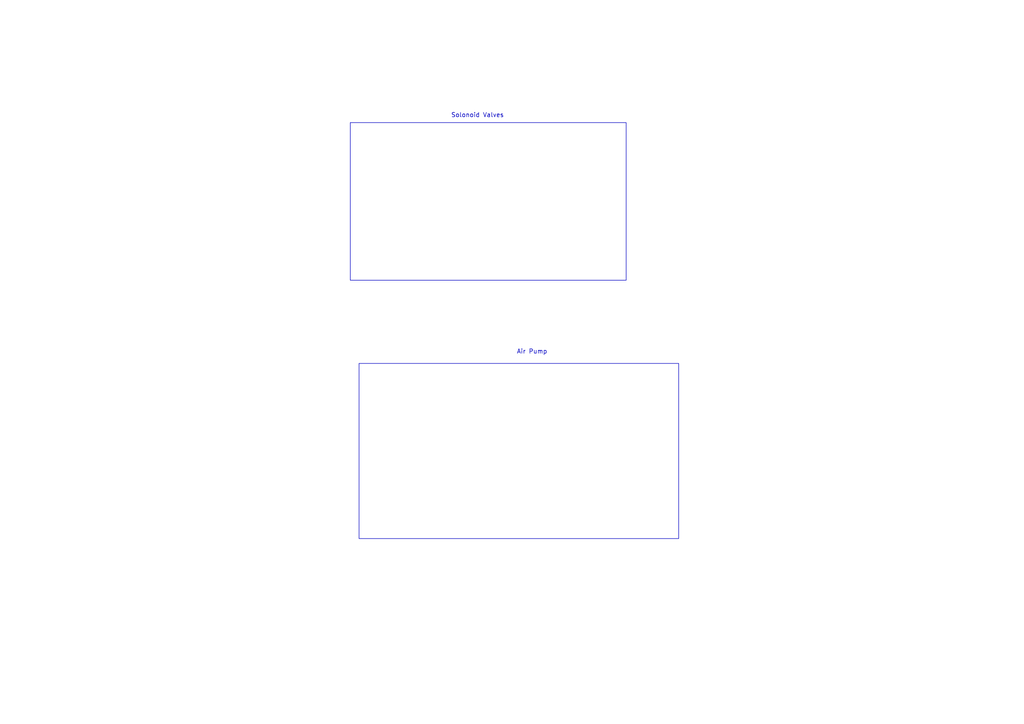
<source format=kicad_sch>
(kicad_sch (version 20230121) (generator eeschema)
  (paper "A4")
  (lib_symbols)
  (rectangle (start 101.6 35.56) (end 181.61 81.28))
  (rectangle (start 104.14 105.41) (end 196.85 156.21))
  (text "Air Pump\n" (at 149.86 102.87 0) (effects (font (size 1.27 1.27)) (justify left bottom)))
  (text "Solonoid Valves\n" (at 130.81 34.29 0) (effects (font (size 1.27 1.27)) (justify left bottom)))
)
</source>
